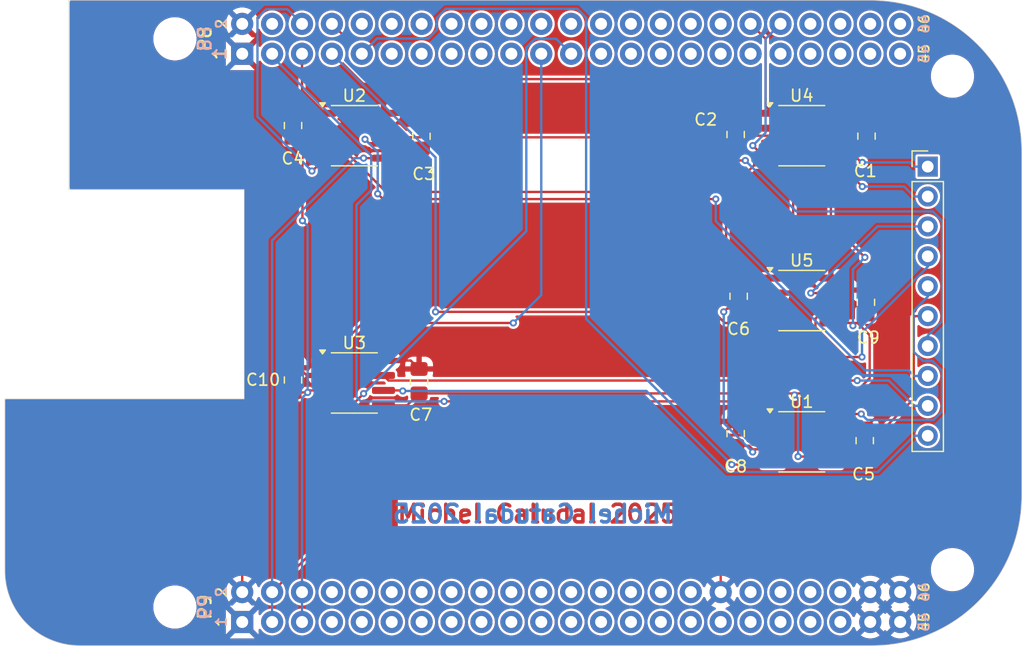
<source format=kicad_pcb>
(kicad_pcb (version 20240108) (generator "pcbnew") (generator_version "8.0")
  (title_block (date "2023-09-10"))
  (layers (0 "F.Cu" signal) (31 "B.Cu" signal) (34 "B.Paste" user) (35 "F.Paste" user) (36 "B.SilkS" user "B.Silkscreen") (37 "F.SilkS" user "F.Silkscreen") (38 "B.Mask" user) (39 "F.Mask" user) (44 "Edge.Cuts" user))
  (net 0 "")
  (net 1 "GND")
  (net 2 "+3.3V")
  (net 3 "+5V")
  (net 4 "/CAN5L")
  (net 5 "/CAN6L")
  (net 6 "/CAN4H")
  (net 7 "/CAN5H")
  (net 8 "/CAN4L")
  (net 9 "/CAN7L")
  (net 10 "/CAN7H")
  (net 11 "/CAN8H")
  (net 12 "/CAN8L")
  (net 13 "/CAN6H")
  (net 83 "Net-(J17A-AH21_MCAN6_TX)")
  (net 84 "Net-(J17A-AH25_MCAN7_TX)")
  (net 85 "Net-(J17A-AG25_MCAN7_RX)")
  (net 86 "Net-(J17A-AD24_MCAN5_RX)")
  (net 87 "Net-(J17A-AG24_MCAN5_TX)")
  (net 88 "Net-(J17A-AE24_MCAN6_RX)")
  (net 89 "Net-(J17A-AF21_MCAN8_TX)")
  (net 90 "Net-(J17A-AB23_MCAN8_RX)")
  (net 91 "Net-(J17A-AE20_MCAN4_TX)")
  (net 92 "Net-(J17A-Y29_AJ20)")
  (footprint "Capacitor_SMD:C_0805_2012Metric_Pad1.18x1.45mm_HandSolder" (layer "F.Cu") (at 140.7 89.05 -90)
    (property "Reference" "C3")
    (property "Value" "0.1uF")
  )
  (footprint "Capacitor_SMD:C_0805_2012Metric_Pad1.18x1.45mm_HandSolder" (layer "F.Cu") (at 167.386 88.9 90)
    (property "Reference" "C2")
    (property "Value" "0.1uF")
  )
  (footprint "Package_SO:SOIC-8_3.9x4.9mm_P1.27mm" (layer "F.Cu") (at 135 110)
    (property "Reference" "U3")
    (property "Value" "MCP2562")
  )
  (footprint "Capacitor_SMD:C_0805_2012Metric_Pad1.18x1.45mm_HandSolder" (layer "F.Cu") (at 129.794 109.7495 90)
    (property "Reference" "C10")
    (property "Value" "0.1uF")
  )
  (footprint "Capacitor_SMD:C_0805_2012Metric_Pad1.18x1.45mm_HandSolder" (layer "F.Cu") (at 129.794 88.138 90)
    (property "Reference" "C4")
    (property "Value" "0.1uF")
  )
  (footprint "Capacitor_SMD:C_0805_2012Metric_Pad1.18x1.45mm_HandSolder" (layer "F.Cu") (at 178.5 89.0375 -90)
    (property "Reference" "C1")
    (property "Value" "0.1uF")
  )
  (footprint "Package_SO:SOIC-8_3.9x4.9mm_P1.27mm" (layer "F.Cu") (at 173 115)
    (property "Reference" "U1")
    (property "Value" "MCP2562")
  )
  (footprint "Capacitor_SMD:C_0805_2012Metric_Pad1.18x1.45mm_HandSolder" (layer "F.Cu") (at 167.386 114.3 90)
    (property "Reference" "C8")
    (property "Value" "0.1uF")
  )
  (footprint "Capacitor_SMD:C_0805_2012Metric_Pad1.18x1.45mm_HandSolder" (layer "F.Cu") (at 178.35 114.9 -90)
    (property "Reference" "C5")
    (property "Value" "0.1uF")
  )
  (footprint "Connector_PinHeader_2.54mm:PinHeader_1x10_P2.54mm_Vertical" (layer "F.Cu") (at 183.7 91.625)
    (property "Reference" "P1" (hide yes))
    (property "Value" "CAN group")
  )
  (footprint "Package_SO:SOIC-8_3.9x4.9mm_P1.27mm" (layer "F.Cu") (at 173 89)
    (property "Reference" "U4")
    (property "Value" "MCP2562")
  )
  (footprint "Capacitor_SMD:C_0805_2012Metric_Pad1.18x1.45mm_HandSolder" (layer "F.Cu") (at 140.5 109.85 -90)
    (property "Reference" "C7")
    (property "Value" "0.1uF")
  )
  (footprint "Package_SO:SOIC-8_3.9x4.9mm_P1.27mm" (layer "F.Cu") (at 135 89)
    (property "Reference" "U2")
    (property "Value" "MCP2562")
  )
  (footprint "Package_SO:SOIC-8_3.9x4.9mm_P1.27mm" (layer "F.Cu") (at 173 103)
    (property "Reference" "U5")
    (property "Value" "MCP2562")
  )
  (footprint "Capacitor_SMD:C_0805_2012Metric_Pad1.18x1.45mm_HandSolder" (layer "F.Cu") (at 167.64 102.6375 90)
    (property "Reference" "C6")
    (property "Value" "0.1uF")
  )
  (footprint "Capacitor_SMD:C_0805_2012Metric_Pad1.18x1.45mm_HandSolder" (layer "F.Cu") (at 178.45 103.15 -90)
    (property "Reference" "C9")
    (property "Value" "0.1uF")
  )
  (footprint "catu:BEAGLE_BONE_BLACK_CAPE" (layer "F.Cu") (at 105.156 132.207)
    (property "Reference" "J17" (hide yes))
    (property "Value" "Beaglebone_AI64" (hide yes))
  )
  (gr_line (start 105.3211 125.9586) (end 105.3211 111.3536) (stroke (width 0.05)) (layer "Edge.Cuts"))
  (gr_line (start 110.75 93.5736) (end 110.75 77.5) (stroke (width 0.05)) (layer "Edge.Cuts"))
  (gr_line (start 125.6411 93.5736) (end 110.75 93.5736) (stroke (width 0.05)) (layer "Edge.Cuts"))
  (gr_line (start 178.9811 132.3086) (end 111.6711 132.3086) (stroke (width 0.05)) (layer "Edge.Cuts"))
  (gr_arc (start 111.6711 132.3086) (mid 107.180972 130.448728) (end 105.3211 125.9586) (stroke (width 0.05)) (layer "Edge.Cuts"))
  (gr_line (start 191.6811 90.3986) (end 191.6811 119.6086) (stroke (width 0.05)) (layer "Edge.Cuts"))
  (gr_line (start 178.9811 77.5) (end 110.75 77.5) (stroke (width 0.05)) (layer "Edge.Cuts"))
  (gr_line (start 105.3211 111.3536) (end 125.6411 111.3536) (stroke (width 0.05)) (layer "Edge.Cuts"))
  (gr_line (start 125.6411 111.3536) (end 125.6411 93.5736) (stroke (width 0.05)) (layer "Edge.Cuts"))
  (gr_arc (start 191.6811 119.6086) (mid 187.961356 128.588856) (end 178.9811 132.3086) (stroke (width 0.05)) (layer "Edge.Cuts"))
  (gr_arc (start 178.9811 77.5) (mid 188.002488 81.319044) (end 191.6811 90.3986) (stroke (width 0.05)) (layer "Edge.Cuts"))
  (gr_text "Michel Catudal 2025" (at 138.5 122 -0) (layer "F.Cu") (effects (font (size 1.5 1.5) (thickness 0.3) (bold yes)) (justify left bottom)))
  (gr_text "Michel Catudal 2025" (at 162.2 122 0) (layer "B.Cu") (effects (font (size 1.5 1.5) (thickness 0.3) (bold yes)) (justify left bottom mirror)))
  (segment (start 168.405 102.365) (end 167.64 101.6) (width 0.2) (layer "F.Cu") (net 1))
  (segment (start 177.432 101.095) (end 175.475 101.095) (width 0.2) (layer "F.Cu") (net 1))
  (segment (start 129.794 86.36) (end 125.476 82.042) (width 0.2) (layer "F.Cu") (net 1))
  (segment (start 134.235 108.095) (end 137.475 108.095) (width 0.2) (layer "F.Cu") (net 1))
  (segment (start 179.456 101.106) (end 178.45 102.112) (width 0.2) (layer "F.Cu") (net 1))
  (segment (start 178.5 88) (end 179.528 89.0282) (width 0.2) (layer "F.Cu") (net 1))
  (segment (start 170.525 114.365) (end 171.5 114.365) (width 0.2) (layer "F.Cu") (net 1))
  (segment (start 172.435 102.365) (end 170.525 102.365) (width 0.2) (layer "F.Cu") (net 1))
  (segment (start 179.528 101.034) (end 179.456 101.106) (width 0.2) (layer "F.Cu") (net 1))
  (segment (start 129.069 108.712) (end 125.476 112.305) (width 0.2) (layer "F.Cu") (net 1))
  (segment (start 170.525 102.365) (end 168.405 102.365) (width 0.2) (layer "F.Cu") (net 1))
  (segment (start 168.488 114.365) (end 170.525 114.365) (width 0.2) (layer "F.Cu") (net 1))
  (segment (start 125.476 112.305) (end 125.476 127.762) (width 0.2) (layer "F.Cu") (net 1))
  (segment (start 173.705 101.095) (end 172.435 102.365) (width 0.2) (layer "F.Cu") (net 1))
  (segment (start 177.595 87.095) (end 178.5 88) (width 0.2) (layer "F.Cu") (net 1))
  (segment (start 133.5 88.365) (end 134.77 87.095) (width 0.2) (layer "F.Cu") (net 1))
  (segment (start 166.116 114.532) (end 167.386 113.262) (width 0.2) (layer "F.Cu") (net 1))
  (segment (start 178.45 102.112) (end 177.432 101.095) (width 0.2) (layer "F.Cu") (net 1))
  (segment (start 129.794 87.1005) (end 129.794 86.36) (width 0.2) (layer "F.Cu") (net 1))
  (segment (start 172.77 113.095) (end 175.475 113.095) (width 0.2) (layer "F.Cu") (net 1))
  (segment (start 173.905 87.095) (end 175.475 87.095) (width 0.2) (layer "F.Cu") (net 1))
  (segment (start 129.794 87.1005) (end 131.058 88.365) (width 0.2) (layer "F.Cu") (net 1))
  (segment (start 134.77 87.095) (end 137.475 87.095) (width 0.2) (layer "F.Cu") (net 1))
  (segment (start 130.965 109.365) (end 132.525 109.365) (width 0.2) (layer "F.Cu") (net 1))
  (segment (start 137.475 108.095) (end 139.782 108.095) (width 0.2) (layer "F.Cu") (net 1))
  (segment (start 171.5 114.365) (end 172.77 113.095) (width 0.2) (layer "F.Cu") (net 1))
  (segment (start 166.116 127.762) (end 166.116 114.532) (width 0.2) (layer "F.Cu") (net 1))
  (segment (start 168.985 88.365) (end 170.525 88.365) (width 0.2) (layer "F.Cu") (net 1))
  (segment (start 167.386 113.262) (end 168.488 114.365) (width 0.2) (layer "F.Cu") (net 1))
  (segment (start 175.475 87.095) (end 177.595 87.095) (width 0.2) (layer "F.Cu") (net 1))
  (segment (start 130.312 108.712) (end 130.965 109.365) (width 0.2) (layer "F.Cu") (net 1))
  (segment (start 132.525 88.365) (end 133.5 88.365) (width 0.2) (layer "F.Cu") (net 1))
  (segment (start 179.478 101.128) (end 179.478 112.734) (width 0.2) (layer "F.Cu") (net 1))
  (segment (start 139.782 87.095) (end 140.7 88.0125) (width 0.2) (layer "F.Cu") (net 1))
  (segment (start 139.782 108.095) (end 140.5 108.812) (width 0.2) (layer "F.Cu") (net 1))
  (segment (start 131.058 88.365) (end 132.525 88.365) (width 0.2) (layer "F.Cu") (net 1))
  (segment (start 129.794 108.712) (end 130.312 108.712) (width 0.2) (layer "F.Cu") (net 1))
  (segment (start 168.95 88.4) (end 168.985 88.365) (width 0.2) (layer "F.Cu") (net 1))
  (segment (start 167.386 87.8625) (end 168.412 87.8625) (width 0.2) (layer "F.Cu") (net 1))
  (segment (start 179.528 89.0282) (end 179.528 101.034) (width 0.2) (layer "F.Cu") (net 1))
  (segment (start 132.965 109.365) (end 134.235 108.095) (width 0.2) (layer "F.Cu") (net 1))
  (segment (start 175.475 101.095) (end 173.705 101.095) (width 0.2) (layer "F.Cu") (net 1))
  (segment (start 137.475 87.095) (end 139.782 87.095) (width 0.2) (layer "F.Cu") (net 1))
  (segment (start 179.456 101.106) (end 179.478 101.128) (width 0.2) (layer "F.Cu") (net 1))
  (segment (start 129.794 108.712) (end 129.069 108.712) (width 0.2) (layer "F.Cu") (net 1))
  (segment (start 170.525 88.365) (end 172.635 88.365) (width 0.2) (layer "F.Cu") (net 1))
  (segment (start 132.525 109.365) (end 132.965 109.365) (width 0.2) (layer "F.Cu") (net 1))
  (segment (start 179.478 112.734) (end 178.35 113.862) (width 0.2) (layer "F.Cu") (net 1))
  (segment (start 168.412 87.8625) (end 168.95 88.4) (width 0.2) (layer "F.Cu") (net 1))
  (segment (start 172.635 88.365) (end 173.905 87.095) (width 0.2) (layer "F.Cu") (net 1))
  (segment (start 177.3465 105.1389) (end 177.3465 104.905) (width 0.2) (layer "F.Cu") (net 2))
  (segment (start 139.4825 111.905) (end 140.5 110.8875) (width 0.2) (layer "F.Cu") (net 2))
  (segment (start 172.3813 110.8875) (end 172.3813 111.0188) (width 0.2) (layer "F.Cu") (net 2))
  (segment (start 177.7325 104.905) (end 178.45 104.1875) (width 0.2) (layer "F.Cu") (net 2))
  (segment (start 177.4737 110.8875) (end 172.3813 110.8875) (width 0.2) (layer "F.Cu") (net 2))
  (segment (start 137.475 90.905) (end 139.8825 90.905) (width 0.2) (layer "F.Cu") (net 2))
  (segment (start 128.016 127.762) (end 137.475 118.303) (width 0.2) (layer "F.Cu") (net 2))
  (segment (start 139.8825 90.905) (end 140.7 90.0875) (width 0.2) (layer "F.Cu") (net 2))
  (segment (start 174.1706 87.9704) (end 174.1706 90.0083) (width 0.2) (layer "F.Cu") (net 2))
  (segment (start 177.3825 116.905) (end 175.475 116.905) (width 0.2) (layer "F.Cu") (net 2))
  (segment (start 178.7692 105.9417) (end 178.7692 109.592) (width 0.2) (layer "F.Cu") (net 2))
  (segment (start 172.6872 116.2503) (end 174.8203 116.2503) (width 0.2) (layer "F.Cu") (net 2))
  (segment (start 172.3813 110.8875) (end 140.5 110.8875) (width 0.2) (layer "F.Cu") (net 2))
  (segment (start 137.475 111.905) (end 139.4825 111.905) (width 0.2) (layer "F.Cu") (net 2))
  (segment (start 177.7325 104.905) (end 178.7692 105.9417) (width 0.2) (layer "F.Cu") (net 2))
  (segment (start 174.1706 90.0083) (end 175.0673 90.905) (width 0.2) (layer "F.Cu") (net 2))
  (segment (start 178.5 90.075) (end 178.5 89.6932) (width 0.2) (layer "F.Cu") (net 2))
  (segment (start 175.0673 90.905) (end 175.475 90.905) (width 0.2) (layer "F.Cu") (net 2))
  (segment (start 137.4748 90.9052) (end 137.475 90.905) (width 0.2) (layer "F.Cu") (net 2))
  (segment (start 178.5 89.6932) (end 176.5368 87.73) (width 0.2) (layer "F.Cu") (net 2))
  (segment (start 177.3465 104.905) (end 177.7325 104.905) (width 0.2) (layer "F.Cu") (net 2))
  (segment (start 135.7847 90.9052) (end 137.4748 90.9052) (width 0.2) (layer "F.Cu") (net 2))
  (segment (start 175.475 96.4448) (end 178.3624 99.3322) (width 0.2) (layer "F.Cu") (net 2))
  (segment (start 178.35 115.9375) (end 177.3825 116.905) (width 0.2) (layer "F.Cu") (net 2))
  (segment (start 175.475 104.905) (end 177.3465 104.905) (width 0.2) (layer "F.Cu") (net 2))
  (segment (start 178.7692 109.592) (end 177.4737 110.8875) (width 0.2) (layer "F.Cu") (net 2))
  (segment (start 176.5368 87.73) (end 174.411 87.73) (width 0.2) (layer "F.Cu") (net 2))
  (segment (start 175.475 90.905) (end 175.475 96.4448) (width 0.2) (layer "F.Cu") (net 2))
  (segment (start 137.475 118.303) (end 137.475 111.905) (width 0.2) (layer "F.Cu") (net 2))
  (segment (start 174.8203 116.2503) (end 175.475 116.905) (width 0.2) (layer "F.Cu") (net 2))
  (segment (start 174.411 87.73) (end 174.1706 87.9704) (width 0.2) (layer "F.Cu") (net 2))
  (via (at 172.6872 116.2503) (size 0.6) (drill 0.3) (layers "F.Cu" "B.Cu") (net 2))
  (via (at 177.3465 105.1389) (size 0.6) (drill 0.3) (layers "F.Cu" "B.Cu") (net 2))
  (via (at 172.3813 111.0188) (size 0.6) (drill 0.3) (layers "F.Cu" "B.Cu") (net 2))
  (via (at 135.7847 90.9052) (size 0.6) (drill 0.3) (layers "F.Cu" "B.Cu") (net 2))
  (via (at 178.3624 99.3322) (size 0.6) (drill 0.3) (layers "F.Cu" "B.Cu") (net 2))
  (segment (start 172.3813 111.0188) (end 172.6872 111.3247) (width 0.2) (layer "B.Cu") (net 2))
  (segment (start 172.6872 111.3247) (end 172.6872 116.2503) (width 0.2) (layer "B.Cu") (net 2))
  (segment (start 178.3624 99.3322) (end 177.3465 100.3481) (width 0.2) (layer "B.Cu") (net 2))
  (segment (start 135.0183 90.9052) (end 135.7847 90.9052) (width 0.2) (layer "B.Cu") (net 2))
  (segment (start 128.016 97.9075) (end 135.0183 90.9052) (width 0.2) (layer "B.Cu") (net 2))
  (segment (start 177.3465 100.3481) (end 177.3465 105.1389) (width 0.2) (layer "B.Cu") (net 2))
  (segment (start 128.016 130.302) (end 128.016 127.762) (width 0.2) (layer "B.Cu") (net 2))
  (segment (start 128.016 127.762) (end 128.016 97.9075) (width 0.2) (layer "B.Cu") (net 2))
  (segment (start 167.8966 89.9375) (end 167.386 89.9375) (width 0.2) (layer "F.Cu") (net 3))
  (segment (start 168.8307 115.635) (end 168.5332 115.3375) (width 0.2) (layer "F.Cu") (net 3))
  (segment (start 166.4564 93.7779) (end 137.6858 93.7779) (width 0.2) (layer "F.Cu") (net 3))
  (segment (start 129.8104 110.8034) (end 129.794 110.787) (width 0.2) (layer "F.Cu") (net 3))
  (segment (start 171.8541 90.5923) (end 171.8541 91.281) (width 0.2) (layer "F.Cu") (net 3))
  (segment (start 133.5429 89.635) (end 132.525 89.635) (width 0.2) (layer "F.Cu") (net 3))
  (segment (start 167.68 103.635) (end 170.525 103.635) (width 0.2) (layer "F.Cu") (net 3))
  (segment (start 168.8307 115.635) (end 170.525 115.635) (width 0.2) (layer "F.Cu") (net 3))
  (segment (start 168.959 91.5105) (end 166.574 93.8955) (width 0.2) (layer "F.Cu") (net 3))
  (segment (start 130.8445 89.635) (end 130.5927 89.8868) (width 0.2) (layer "F.Cu") (net 3))
  (segment (start 168.5332 115.3375) (end 167.386 115.3375) (width 0.2) (layer "F.Cu") (net 3))
  (segment (start 168.959 90.9999) (end 167.8966 89.9375) (width 0.2) (layer "F.Cu") (net 3))
  (segment (start 167.68 103.635) (end 167.64 103.675) (width 0.2) (layer "F.Cu") (net 3))
  (segment (start 132.525 110.635) (end 131.2031 110.635) (width 0.2) (layer "F.Cu") (net 3))
  (segment (start 131.2031 110.635) (end 131.0347 110.8034) (width 0.2) (layer "F.Cu") (net 3))
  (segment (start 170.8968 89.635) (end 171.8541 90.5923) (width 0.2) (layer "F.Cu") (net 3))
  (segment (start 137.6858 93.7779) (end 133.5429 89.635) (width 0.2) (layer "F.Cu") (net 3))
  (segment (start 166.659 103.675) (end 166.3734 103.9606) (width 0.2) (layer "F.Cu") (net 3))
  (segment (start 129.794 89.1755) (end 130.5053 89.8868) (width 0.2) (layer "F.Cu") (net 3))
  (segment (start 131.0347 110.8034) (end 129.8104 110.8034) (width 0.2) (layer "F.Cu") (net 3))
  (segment (start 171.6246 91.5105) (end 168.959 91.5105) (width 0.2) (layer "F.Cu") (net 3))
  (segment (start 171.8541 91.281) (end 171.6246 91.5105) (width 0.2) (layer "F.Cu") (net 3))
  (segment (start 166.574 93.8955) (end 166.574 102.529) (width 0.2) (layer "F.Cu") (net 3))
  (segment (start 130.5927 89.8868) (end 130.5927 96.2177) (width 0.2) (layer "F.Cu") (net 3))
  (segment (start 168.959 91.5105) (end 168.959 90.9999) (width 0.2) (layer "F.Cu") (net 3))
  (segment (start 166.574 93.8955) (end 166.4564 93.7779) (width 0.2) (layer "F.Cu") (net 3))
  (segment (start 168.8307 115.8649) (end 168.8307 115.635) (width 0.2) (layer "F.Cu") (net 3))
  (segment (start 166.574 102.529) (end 167.68 103.635) (width 0.2) (layer "F.Cu") (net 3))
  (segment (start 170.525 89.635) (end 170.8968 89.635) (width 0.2) (layer "F.Cu") (net 3))
  (segment (start 132.525 89.635) (end 130.8445 89.635) (width 0.2) (layer "F.Cu") (net 3))
  (segment (start 130.5053 89.8868) (end 130.5927 89.8868) (width 0.2) (layer "F.Cu") (net 3))
  (segment (start 167.64 103.675) (end 166.659 103.675) (width 0.2) (layer "F.Cu") (net 3))
  (via (at 168.8307 115.8649) (size 0.6) (drill 0.3) (layers "F.Cu" "B.Cu") (net 3))
  (via (at 131.0347 110.8034) (size 0.6) (drill 0.3) (layers "F.Cu" "B.Cu") (net 3))
  (via (at 130.5927 96.2177) (size 0.6) (drill 0.3) (layers "F.Cu" "B.Cu") (net 3))
  (via (at 166.3734 103.9606) (size 0.6) (drill 0.3) (layers "F.Cu" "B.Cu") (net 3))
  (segment (start 131.0347 96.6597) (end 131.0347 110.8034) (width 0.2) (layer "B.Cu") (net 3))
  (segment (start 166.3735 113.4077) (end 166.3735 103.9606) (width 0.2) (layer "B.Cu") (net 3))
  (segment (start 168.8307 115.8649) (end 166.3735 113.4077) (width 0.2) (layer "B.Cu") (net 3))
  (segment (start 130.556 111.2821) (end 131.0347 110.8034) (width 0.2) (layer "B.Cu") (net 3))
  (segment (start 166.3735 103.9606) (end 166.3734 103.9606) (width 0.2) (layer "B.Cu") (net 3))
  (segment (start 130.556 130.302) (end 130.556 127.762) (width 0.2) (layer "B.Cu") (net 3))
  (segment (start 130.556 127.762) (end 130.556 111.2821) (width 0.2) (layer "B.Cu") (net 3))
  (segment (start 130.5927 96.2177) (end 131.0347 96.6597) (width 0.2) (layer "B.Cu") (net 3))
  (segment (start 174.166 105.2753) (end 176.688 107.7973) (width 0.2) (layer "F.Cu") (net 4))
  (segment (start 175.0642 103.635) (end 174.166 104.5332) (width 0.2) (layer "F.Cu") (net 4))
  (segment (start 175.475 103.635) (end 175.0642 103.635) (width 0.2) (layer "F.Cu") (net 4))
  (segment (start 174.166 104.5332) (end 174.166 105.2753) (width 0.2) (layer "F.Cu") (net 4))
  (segment (start 176.688 107.7973) (end 178.1183 107.7973) (width 0.2) (layer "F.Cu") (net 4))
  (via (at 178.1183 107.7973) (size 0.6) (drill 0.3) (layers "F.Cu" "B.Cu") (net 4))
  (segment (start 178.1183 105.7123) (end 183.7 100.1306) (width 0.2) (layer "B.Cu") (net 4))
  (segment (start 183.7 100.1306) (end 183.7 99.245) (width 0.2) (layer "B.Cu") (net 4))
  (segment (start 178.1183 107.7973) (end 178.1183 105.7123) (width 0.2) (layer "B.Cu") (net 4))
  (segment (start 182.515 104.435) (end 182.625 104.325) (width 0.2) (layer "F.Cu") (net 5))
  (segment (start 176.6921 114.7671) (end 179.092 114.7671) (width 0.2) (layer "F.Cu") (net 5))
  (segment (start 182.515 111.3441) (end 182.515 104.435) (width 0.2) (layer "F.Cu") (net 5))
  (segment (start 182.625 104.325) (end 183.7 104.325) (width 0.2) (layer "F.Cu") (net 5))
  (segment (start 175.8242 115.635) (end 176.6921 114.7671) (width 0.2) (layer "F.Cu") (net 5))
  (segment (start 175.475 115.635) (end 175.8242 115.635) (width 0.2) (layer "F.Cu") (net 5))
  (segment (start 179.092 114.7671) (end 182.515 111.3441) (width 0.2) (layer "F.Cu") (net 5))
  (segment (start 175.475 88.365) (end 175.851 88.365) (width 0.2) (layer "F.Cu") (net 6))
  (segment (start 178.0573 91.2675) (end 178.1433 91.2675) (width 0.2) (layer "F.Cu") (net 6))
  (segment (start 177.0306 90.2408) (end 178.0573 91.2675) (width 0.2) (layer "F.Cu") (net 6))
  (segment (start 177.0306 89.5446) (end 177.0306 90.2408) (width 0.2) (layer "F.Cu") (net 6))
  (segment (start 175.851 88.365) (end 177.0306 89.5446) (width 0.2) (layer "F.Cu") (net 6))
  (via (at 178.1433 91.2675) (size 0.6) (drill 0.3) (layers "F.Cu" "B.Cu") (net 6))
  (segment (start 182.1876 91.2675) (end 178.1433 91.2675) (width 0.2) (layer "B.Cu") (net 6))
  (segment (start 182.5451 91.625) (end 182.1876 91.2675) (width 0.2) (layer "B.Cu") (net 6))
  (segment (start 183.7 91.625) (end 182.5451 91.625) (width 0.2) (layer "B.Cu") (net 6))
  (segment (start 173.7687 102.3669) (end 175.4731 102.3669) (width 0.2) (layer "F.Cu") (net 7))
  (segment (start 175.4731 102.3669) (end 175.475 102.365) (width 0.2) (layer "F.Cu") (net 7))
  (via (at 173.7687 102.3669) (size 0.6) (drill 0.3) (layers "F.Cu" "B.Cu") (net 7))
  (segment (start 179.4306 96.705) (end 173.7687 102.3669) (width 0.2) (layer "B.Cu") (net 7))
  (segment (start 183.7 96.705) (end 179.4306 96.705) (width 0.2) (layer "B.Cu") (net 7))
  (segment (start 176.7555 91.9314) (end 178.1433 93.3192) (width 0.2) (layer "F.Cu") (net 8))
  (segment (start 176.7555 90.5663) (end 176.7555 91.9314) (width 0.2) (layer "F.Cu") (net 8))
  (segment (start 175.475 89.635) (end 175.8242 89.635) (width 0.2) (layer "F.Cu") (net 8))
  (segment (start 175.8242 89.635) (end 176.7555 90.5663) (width 0.2) (layer "F.Cu") (net 8))
  (via (at 178.1433 93.3192) (size 0.6) (drill 0.3) (layers "F.Cu" "B.Cu") (net 8))
  (segment (start 182.5451 94.165) (end 181.6993 93.3192) (width 0.2) (layer "B.Cu") (net 8))
  (segment (start 183.7 94.165) (end 182.5451 94.165) (width 0.2) (layer "B.Cu") (net 8))
  (segment (start 181.6993 93.3192) (end 178.1433 93.3192) (width 0.2) (layer "B.Cu") (net 8))
  (segment (start 137.475 89.635) (end 136.2356 89.635) (width 0.2) (layer "F.Cu") (net 9))
  (segment (start 136.9853 93.9329) (end 137.4352 94.3828) (width 0.2) (layer "F.Cu") (net 9))
  (segment (start 136.2356 89.635) (end 135.9056 89.305) (width 0.2) (layer "F.Cu") (net 9))
  (segment (start 137.4352 94.3828) (end 165.6965 94.3828) (width 0.2) (layer "F.Cu") (net 9))
  (via (at 165.6965 94.3828) (size 0.6) (drill 0.3) (layers "F.Cu" "B.Cu") (net 9))
  (via (at 136.9853 93.9329) (size 0.6) (drill 0.3) (layers "F.Cu" "B.Cu") (net 9))
  (via (at 135.9056 89.305) (size 0.6) (drill 0.3) (layers "F.Cu" "B.Cu") (net 9))
  (segment (start 165.6965 96.2622) (end 178.3608 108.9265) (width 0.2) (layer "B.Cu") (net 9))
  (segment (start 178.3608 108.9265) (end 182.0666 108.9265) (width 0.2) (layer "B.Cu") (net 9))
  (segment (start 182.0666 108.9265) (end 182.5451 109.405) (width 0.2) (layer "B.Cu") (net 9))
  (segment (start 183.7 109.405) (end 182.5451 109.405) (width 0.2) (layer "B.Cu") (net 9))
  (segment (start 165.6965 94.3828) (end 165.6965 96.2622) (width 0.2) (layer "B.Cu") (net 9))
  (segment (start 136.9853 90.3847) (end 136.9853 93.9329) (width 0.2) (layer "B.Cu") (net 9))
  (segment (start 135.9056 89.305) (end 136.9853 90.3847) (width 0.2) (layer "B.Cu") (net 9))
  (segment (start 137.475 88.365) (end 138.7176 88.365) (width 0.2) (layer "F.Cu") (net 10))
  (segment (start 139.4892 89.1366) (end 158.9806 89.1366) (width 0.2) (layer "F.Cu") (net 10))
  (segment (start 158.9806 89.1366) (end 160.9494 91.1054) (width 0.2) (layer "F.Cu") (net 10))
  (segment (start 160.9494 91.1054) (end 168.209 91.1054) (width 0.2) (layer "F.Cu") (net 10))
  (segment (start 138.7176 88.365) (end 139.4892 89.1366) (width 0.2) (layer "F.Cu") (net 10))
  (via (at 168.209 91.1054) (size 0.6) (drill 0.3) (layers "F.Cu" "B.Cu") (net 10))
  (segment (start 172.5386 95.435) (end 184.1256 95.435) (width 0.2) (layer "B.Cu") (net 10))
  (segment (start 183.7 105.9793) (end 183.7 106.865) (width 0.2) (layer "B.Cu") (net 10))
  (segment (start 184.1256 95.435) (end 184.9064 96.2158) (width 0.2) (layer "B.Cu") (net 10))
  (segment (start 184.9064 96.2158) (end 184.9064 104.7729) (width 0.2) (layer "B.Cu") (net 10))
  (segment (start 184.9064 104.7729) (end 183.7 105.9793) (width 0.2) (layer "B.Cu") (net 10))
  (segment (start 168.209 91.1054) (end 172.5386 95.435) (width 0.2) (layer "B.Cu") (net 10))
  (segment (start 137.9057 109.7957) (end 177.71 109.7957) (width 0.2) (layer "F.Cu") (net 11))
  (segment (start 137.475 109.365) (end 137.9057 109.7957) (width 0.2) (layer "F.Cu") (net 11))
  (via (at 177.71 109.7957) (size 0.6) (drill 0.3) (layers "F.Cu" "B.Cu") (net 11))
  (segment (start 180.3958 109.7957) (end 182.5451 111.945) (width 0.2) (layer "B.Cu") (net 11))
  (segment (start 177.71 109.7957) (end 180.3958 109.7957) (width 0.2) (layer "B.Cu") (net 11))
  (segment (start 183.7 111.945) (end 182.5451 111.945) (width 0.2) (layer "B.Cu") (net 11))
  (segment (start 137.475 110.635) (end 139.0671 110.635) (width 0.2) (layer "F.Cu") (net 12))
  (segment (start 139.0671 110.635) (end 139.1123 110.6802) (width 0.2) (layer "F.Cu") (net 12))
  (via (at 139.1123 110.6802) (size 0.6) (drill 0.3) (layers "F.Cu" "B.Cu") (net 12))
  (segment (start 159.806 110.6802) (end 166.6893 117.5635) (width 0.2) (layer "B.Cu") (net 12))
  (segment (start 166.6893 117.5635) (end 179.4666 117.5635) (width 0.2) (layer "B.Cu") (net 12))
  (segment (start 183.7 114.485) (end 182.5451 114.485) (width 0.2) (layer "B.Cu") (net 12))
  (segment (start 139.1123 110.6802) (end 159.806 110.6802) (width 0.2) (layer "B.Cu") (net 12))
  (segment (start 179.4666 117.5635) (end 182.5451 114.485) (width 0.2) (layer "B.Cu") (net 12))
  (segment (start 175.475 114.365) (end 175.826 114.365) (width 0.2) (layer "F.Cu") (net 13))
  (segment (start 175.826 114.365) (end 177.5557 112.6353) (width 0.2) (layer "F.Cu") (net 13))
  (segment (start 177.5557 112.6353) (end 178.0522 112.6353) (width 0.2) (layer "F.Cu") (net 13))
  (via (at 178.0522 112.6353) (size 0.6) (drill 0.3) (layers "F.Cu" "B.Cu") (net 13))
  (segment (start 183.7 102.6706) (end 183.7 101.785) (width 0.2) (layer "B.Cu") (net 13))
  (segment (start 184.1921 113.1425) (end 184.9051 112.4295) (width 0.2) (layer "B.Cu") (net 13))
  (segment (start 184.9051 108.9341) (end 184.106 108.135) (width 0.2) (layer "B.Cu") (net 13))
  (segment (start 182.4969 107.3396) (end 182.4969 103.8737) (width 0.2) (layer "B.Cu") (net 13))
  (segment (start 183.2923 108.135) (end 182.4969 107.3396) (width 0.2) (layer "B.Cu") (net 13))
  (segment (start 182.4969 103.8737) (end 183.7 102.6706) (width 0.2) (layer "B.Cu") (net 13))
  (segment (start 178.5594 113.1425) (end 184.1921 113.1425) (width 0.2) (layer "B.Cu") (net 13))
  (segment (start 178.0522 112.6353) (end 178.5594 113.1425) (width 0.2) (layer "B.Cu") (net 13))
  (segment (start 184.106 108.135) (end 183.2923 108.135) (width 0.2) (layer "B.Cu") (net 13))
  (segment (start 184.9051 112.4295) (end 184.9051 108.9341) (width 0.2) (layer "B.Cu") (net 13))
  (segment (start 168.9947 111.5647) (end 170.525 113.095) (width 0.2) (layer "F.Cu") (net 83))
  (segment (start 142.6254 111.5647) (end 168.9947 111.5647) (width 0.2) (layer "F.Cu") (net 83))
  (via (at 142.6254 111.5647) (size 0.6) (drill 0.3) (layers "F.Cu" "B.Cu") (net 83))
  (segment (start 136.4354 93.6274) (end 135.1813 94.8815) (width 0.2) (layer "B.Cu") (net 83))
  (segment (start 135.1813 111.187) (end 135.559 111.5647) (width 0.2) (layer "B.Cu") (net 83))
  (segment (start 135.1813 94.8815) (end 135.1813 111.187) (width 0.2) (layer "B.Cu") (net 83))
  (segment (start 128.016 82.042) (end 128.016 82.2707) (width 0.2) (layer "B.Cu") (net 83))
  (segment (start 136.4354 90.6901) (end 136.4354 93.6274) (width 0.2) (layer "B.Cu") (net 83))
  (segment (start 128.016 82.2707) (end 136.4354 90.6901) (width 0.2) (layer "B.Cu") (net 83))
  (segment (start 135.559 111.5647) (end 142.6254 111.5647) (width 0.2) (layer "B.Cu") (net 83))
  (segment (start 130.556 85.126) (end 132.525 87.095) (width 0.2) (layer "F.Cu") (net 84))
  (segment (start 130.556 82.042) (end 130.556 85.126) (width 0.2) (layer "F.Cu") (net 84))
  (segment (start 131.43 92) (end 131.4 92) (width 0.2) (layer "F.Cu") (net 85))
  (segment (start 132.525 90.905) (end 131.43 92) (width 0.2) (layer "F.Cu") (net 85))
  (via (at 131.4 92) (size 0.6) (drill 0.3) (layers "F.Cu" "B.Cu") (net 85))
  (segment (start 126.773 78.987132) (end 127.501132 78.259) (width 0.2) (layer "B.Cu") (net 85))
  (segment (start 131.4 92) (end 126.773 87.373) (width 0.2) (layer "B.Cu") (net 85))
  (segment (start 126.773 87.373) (end 126.773 78.987132) (width 0.2) (layer "B.Cu") (net 85))
  (segment (start 129.313 78.259) (end 130.556 79.502) (width 0.2) (layer "B.Cu") (net 85))
  (segment (start 127.501132 78.259) (end 129.313 78.259) (width 0.2) (layer "B.Cu") (net 85))
  (segment (start 166.4624 104.905) (end 170.525 104.905) (width 0.2) (layer "F.Cu") (net 86))
  (segment (start 141.8978 103.9613) (end 165.5187 103.9613) (width 0.2) (layer "F.Cu") (net 86))
  (segment (start 165.5187 103.9613) (end 166.4624 104.905) (width 0.2) (layer "F.Cu") (net 86))
  (via (at 141.8978 103.9613) (size 0.6) (drill 0.3) (layers "F.Cu" "B.Cu") (net 86))
  (segment (start 141.8978 103.9613) (end 141.8978 90.8438) (width 0.2) (layer "B.Cu") (net 86))
  (segment (start 141.8978 90.8438) (end 133.096 82.042) (width 0.2) (layer "B.Cu") (net 86))
  (segment (start 171.5649 89) (end 166.4324 89) (width 0.2) (layer "F.Cu") (net 87))
  (segment (start 134.3913 82.6611) (end 134.3913 80.7973) (width 0.2) (layer "F.Cu") (net 87))
  (segment (start 161.6261 84.1937) (end 135.9239 84.1937) (width 0.2) (layer "F.Cu") (net 87))
  (segment (start 166.4324 89) (end 161.6261 84.1937) (width 0.2) (layer "F.Cu") (net 87))
  (segment (start 135.9239 84.1937) (end 134.3913 82.6611) (width 0.2) (layer "F.Cu") (net 87))
  (segment (start 172.27 89.7051) (end 171.5649 89) (width 0.2) (layer "F.Cu") (net 87))
  (segment (start 134.3913 80.7973) (end 133.096 79.502) (width 0.2) (layer "F.Cu") (net 87))
  (segment (start 170.525 101.095) (end 172.27 99.35) (width 0.2) (layer "F.Cu") (net 87))
  (segment (start 172.27 99.35) (end 172.27 89.7051) (width 0.2) (layer "F.Cu") (net 87))
  (segment (start 170.5019 116.9281) (end 167.0589 116.9281) (width 0.2) (layer "F.Cu") (net 88))
  (segment (start 170.525 116.905) (end 170.5019 116.9281) (width 0.2) (layer "F.Cu") (net 88))
  (via (at 167.0589 116.9281) (size 0.6) (drill 0.3) (layers "F.Cu" "B.Cu") (net 88))
  (segment (start 135.636 82.042) (end 136.9313 80.7467) (width 0.2) (layer "B.Cu") (net 88))
  (segment (start 142.0113 80.0177) (end 142.0113 78.9865) (width 0.2) (layer "B.Cu") (net 88))
  (segment (start 141.2823 80.7467) (end 142.0113 80.0177) (width 0.2) (layer "B.Cu") (net 88))
  (segment (start 136.9313 80.7467) (end 141.2823 80.7467) (width 0.2) (layer "B.Cu") (net 88))
  (segment (start 142.7735 78.2243) (end 153.9336 78.2243) (width 0.2) (layer "B.Cu") (net 88))
  (segment (start 142.0113 78.9865) (end 142.7735 78.2243) (width 0.2) (layer "B.Cu") (net 88))
  (segment (start 154.686 104.5552) (end 167.0589 116.9281) (width 0.2) (layer "B.Cu") (net 88))
  (segment (start 154.686 78.9767) (end 154.686 104.5552) (width 0.2) (layer "B.Cu") (net 88))
  (segment (start 153.9336 78.2243) (end 154.686 78.9767) (width 0.2) (layer "B.Cu") (net 88))
  (segment (start 132.525 108.095) (end 135.7148 104.9052) (width 0.2) (layer "F.Cu") (net 89))
  (segment (start 135.7148 104.9052) (end 148.5021 104.9052) (width 0.2) (layer "F.Cu") (net 89))
  (via (at 148.5021 104.9052) (size 0.6) (drill 0.3) (layers "F.Cu" "B.Cu") (net 89))
  (segment (start 150.876 82.042) (end 150.876 102.5313) (width 0.2) (layer "B.Cu") (net 89))
  (segment (start 150.876 102.5313) (end 148.5021 104.9052) (width 0.2) (layer "B.Cu") (net 89))
  (segment (start 134.785 111.905) (end 135.7863 110.9037) (width 0.2) (layer "F.Cu") (net 90))
  (segment (start 132.525 111.905) (end 134.785 111.905) (width 0.2) (layer "F.Cu") (net 90))
  (via (at 135.7863 110.9037) (size 0.6) (drill 0.3) (layers "F.Cu" "B.Cu") (net 90))
  (segment (start 152.146 80.772) (end 153.416 82.042) (width 0.2) (layer "B.Cu") (net 90))
  (segment (start 135.7863 110.9037) (end 135.8109 110.9037) (width 0.2) (layer "B.Cu") (net 90))
  (segment (start 150.3404 80.772) (end 152.146 80.772) (width 0.2) (layer "B.Cu") (net 90))
  (segment (start 149.606 97.1086) (end 149.606 81.5064) (width 0.2) (layer "B.Cu") (net 90))
  (segment (start 149.606 81.5064) (end 150.3404 80.772) (width 0.2) (layer "B.Cu") (net 90))
  (segment (start 135.8109 110.9037) (end 149.606 97.1086) (width 0.2) (layer "B.Cu") (net 90))
  (segment (start 169.926 80.772) (end 169.926 86.496) (width 0.2) (layer "F.Cu") (net 91))
  (segment (start 168.656 79.502) (end 169.926 80.772) (width 0.2) (layer "F.Cu") (net 91))
  (segment (start 169.926 86.496) (end 170.525 87.095) (width 0.2) (layer "F.Cu") (net 91))
  (segment (start 170.525 90.905) (end 169.9057 90.905) (width 0.2) (layer "F.Cu") (net 92))
  (segment (start 169.9057 90.905) (end 168.841 89.8403) (width 0.2) (layer "F.Cu") (net 92))
  (via (at 168.841 89.8403) (size 0.6) (drill 0.3) (layers "F.Cu" "B.Cu") (net 92))
  (segment (start 169.926 80.772) (end 169.926 88.7553) (width 0.2) (layer "B.Cu") (net 92))
  (segment (start 169.926 88.7553) (end 168.841 89.8403) (width 0.2) (layer "B.Cu") (net 92))
  (segment (start 171.196 79.502) (end 169.926 80.772) (width 0.2) (layer "B.Cu") (net 92))
  (zone (net 1) (net_name "GND") (layer "F.Cu") (connect_pads (clearance 0.000001)) (min_thickness 0.2032) (fill yes (thermal_gap 0.4564) (thermal_bridge_width 0.4564))
    (polygon (pts (xy 179.704593 77.515619) (xy 180.425809 77.576453) (xy 181.14248 77.67763) (xy 181.85235 77.818833) (xy 182.553186 77.999615) (xy 183.242783 78.219409) (xy 183.918972 78.477524) (xy 184.579623 78.773146) (xy 185.22266 79.105348) (xy 185.846058 79.473081) (xy 186.447857 79.87519) (xy 187.026163 80.310409) (xy 187.579157 80.777371) (xy 188.105097 81.274603) (xy 188.602329 81.800543) (xy 189.069291 82.353537) (xy 189.50451 82.931843) (xy 189.906619 83.533642) (xy 190.274352 84.15704) (xy 190.606554 84.800077) (xy 190.902176 85.460728) (xy 191.160291 86.136917) (xy 191.380085 86.826514) (xy 191.560867 87.52735) (xy 191.70207 88.23722) (xy 191.803646 88.956716) (xy 191.8843 90.392899) (xy 191.8843 119.61145) (xy 191.864081 120.332093) (xy 191.803247 121.053309) (xy 191.70207 121.76998) (xy 191.560867 122.47985) (xy 191.380085 123.180686) (xy 191.160291 123.870283) (xy 190.902176 124.546472) (xy 190.606554 125.207123) (xy 190.274352 125.85016) (xy 189.906619 126.473558) (xy 189.50451 127.075357) (xy 189.069291 127.653663) (xy 188.602329 128.206657) (xy 188.105097 128.732597) (xy 187.579157 129.229829) (xy 187.026163 129.696791) (xy 186.447857 130.13201) (xy 185.846058 130.534119) (xy 185.22266 130.901852) (xy 184.579623 131.234054) (xy 183.918972 131.529676) (xy 183.242783 131.787791) (xy 182.553186 132.007585) (xy 181.85235 132.188367) (xy 181.14248 132.32957) (xy 180.422984 132.431146) (xy 178.986801 132.5118) (xy 111.66711 132.5118) (xy 111.15693 132.491755) (xy 110.645929 132.431274) (xy 110.141249 132.330887) (xy 109.646001 132.191213) (xy 109.163239 132.013112) (xy 108.695938 131.797683) (xy 108.24698 131.546255) (xy 107.819134 131.260377) (xy 107.415035 130.941812) (xy 107.037177 130.592523) (xy 106.687888 130.214665) (xy 106.369323 129.810566) (xy 106.083445 129.38272) (xy 105.832017 128.933762) (xy 105.616588 128.466461) (xy 105.438487 127.983699) (xy 105.298813 127.488451) (xy 105.197646 126.979848) (xy 105.1179 125.966584) (xy 105.1179 111.1504) (xy 125.4379 111.1504) (xy 125.4379 93.7768) (xy 110.8329 93.7768) (xy 110.8329 77.4954) (xy 178.98395 77.4954)))
  )
  (zone (net 1) (net_name "GND") (layer "B.Cu") (priority 6) (connect_pads (clearance 0.000001)) (min_thickness 0.2032) (fill yes (thermal_gap 0.4564) (thermal_bridge_width 0.4564))
    (polygon (pts (xy 179.704593 77.515619) (xy 180.425809 77.576453) (xy 181.14248 77.67763) (xy 181.85235 77.818833) (xy 182.553186 77.999615) (xy 183.242783 78.219409) (xy 183.918972 78.477524) (xy 184.579623 78.773146) (xy 185.22266 79.105348) (xy 185.846058 79.473081) (xy 186.447857 79.87519) (xy 187.026163 80.310409) (xy 187.579157 80.777371) (xy 188.105097 81.274603) (xy 188.602329 81.800543) (xy 189.069291 82.353537) (xy 189.50451 82.931843) (xy 189.906619 83.533642) (xy 190.274352 84.15704) (xy 190.606554 84.800077) (xy 190.902176 85.460728) (xy 191.160291 86.136917) (xy 191.380085 86.826514) (xy 191.560867 87.52735) (xy 191.70207 88.23722) (xy 191.803646 88.956716) (xy 191.8843 90.392899) (xy 191.8843 119.61145) (xy 191.864081 120.332093) (xy 191.803247 121.053309) (xy 191.70207 121.76998) (xy 191.560867 122.47985) (xy 191.380085 123.180686) (xy 191.160291 123.870283) (xy 190.902176 124.546472) (xy 190.606554 125.207123) (xy 190.274352 125.85016) (xy 189.906619 126.473558) (xy 189.50451 127.075357) (xy 189.069291 127.653663) (xy 188.602329 128.206657) (xy 188.105097 128.732597) (xy 187.579157 129.229829) (xy 187.026163 129.696791) (xy 186.447857 130.13201) (xy 185.846058 130.534119) (xy 185.22266 130.901852) (xy 184.579623 131.234054) (xy 183.918972 131.529676) (xy 183.242783 131.787791) (xy 182.553186 132.007585) (xy 181.85235 132.188367) (xy 181.14248 132.32957) (xy 180.422984 132.431146) (xy 178.986801 132.5118) (xy 111.66711 132.5118) (xy 111.15693 132.491755) (xy 110.645929 132.431274) (xy 110.141249 132.330887) (xy 109.646001 132.191213) (xy 109.163239 132.013112) (xy 108.695938 131.797683) (xy 108.24698 131.546255) (xy 107.819134 131.260377) (xy 107.415035 130.941812) (xy 107.037177 130.592523) (xy 106.687888 130.214665) (xy 106.369323 129.810566) (xy 106.083445 129.38272) (xy 105.832017 128.933762) (xy 105.616588 128.466461) (xy 105.438487 127.983699) (xy 105.298813 127.488451) (xy 105.197646 126.979848) (xy 105.1179 125.966584) (xy 105.1179 111.1504) (xy 125.4379 111.1504) (xy 125.4379 93.7768) (xy 110.8329 93.7768) (xy 110.8329 77.4954) (xy 178.98395 77.4954)))
  )
)
</source>
